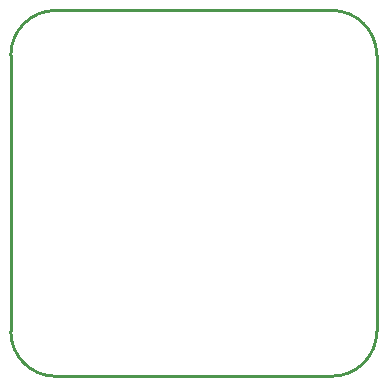
<source format=gko>
G04 Layer: BoardOutlineLayer*
G04 EasyEDA Pro v2.2.39.2, 2025-05-28 23:54:08*
G04 Gerber Generator version 0.3*
G04 Scale: 100 percent, Rotated: No, Reflected: No*
G04 Dimensions in millimeters*
G04 Leading zeros omitted, absolute positions, 4 integers and 5 decimals*
G04 Generated by one-click*
%FSLAX45Y45*%
%MOMM*%
%ADD10C,0.254*%
%ADD11C,0.7797*%
G75*


G04 Rect Start*
G54D10*
G01X-1166721Y1549410D02*
G01X1170583Y1549410D01*
G02X1551583Y1168410I0J-381000D01*
G01X1551583Y-1167281D01*
G02X1170583Y-1548281I-381000J0D01*
G01X-1166721Y-1548281D01*
G02X-1547721Y-1167281I0J381000D01*
G01X-1547721Y1168410D01*
G02X-1166721Y1549410I381000J0D01*
G04 Rect End*

M02*


</source>
